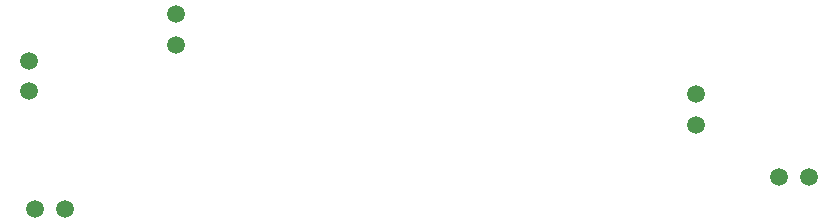
<source format=gbl>
G04*
G04 #@! TF.GenerationSoftware,Altium Limited,Altium Designer,19.1.8 (144)*
G04*
G04 Layer_Physical_Order=2*
G04 Layer_Color=16711680*
%FSLAX42Y42*%
%MOMM*%
G71*
G01*
G75*
%ADD44C,1.52*%
D44*
X5942Y1817D02*
D03*
Y2072D02*
D03*
X6650Y1377D02*
D03*
X6904D02*
D03*
X602Y1105D02*
D03*
X348D02*
D03*
X1538Y2750D02*
D03*
Y2495D02*
D03*
X297Y2352D02*
D03*
Y2099D02*
D03*
M02*

</source>
